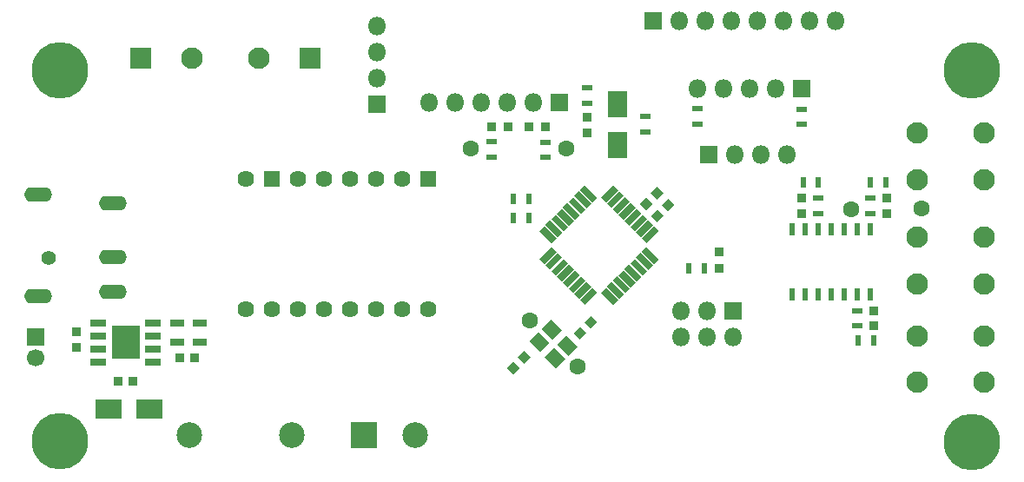
<source format=gbr>
%TF.GenerationSoftware,KiCad,Pcbnew,(5.1.6)-1*%
%TF.CreationDate,2020-11-03T19:25:33-05:00*%
%TF.ProjectId,Kitty Caddy,4b697474-7920-4436-9164-64792e6b6963,rev?*%
%TF.SameCoordinates,Original*%
%TF.FileFunction,Soldermask,Top*%
%TF.FilePolarity,Negative*%
%FSLAX46Y46*%
G04 Gerber Fmt 4.6, Leading zero omitted, Abs format (unit mm)*
G04 Created by KiCad (PCBNEW (5.1.6)-1) date 2020-11-03 19:25:33*
%MOMM*%
%LPD*%
G01*
G04 APERTURE LIST*
%ADD10C,2.100000*%
%ADD11C,0.100000*%
%ADD12R,1.624000X1.624000*%
%ADD13C,1.624000*%
%ADD14C,5.500000*%
%ADD15R,1.700000X1.700000*%
%ADD16C,1.700000*%
%ADD17R,0.850000X0.900000*%
%ADD18R,2.100000X2.100000*%
%ADD19R,0.900000X0.850000*%
%ADD20R,2.500000X2.500000*%
%ADD21C,2.500000*%
%ADD22R,2.600000X1.900000*%
%ADD23R,0.900000X0.900000*%
%ADD24R,1.900000X2.600000*%
%ADD25O,2.716000X1.408000*%
%ADD26C,1.400000*%
%ADD27R,1.800000X1.800000*%
%ADD28O,1.800000X1.800000*%
%ADD29R,0.600000X1.000000*%
%ADD30R,1.400000X0.800000*%
%ADD31R,1.000000X0.600000*%
%ADD32C,1.600000*%
%ADD33R,2.700000X3.200000*%
%ADD34R,1.650000X0.700000*%
%ADD35R,0.608000X1.243000*%
G04 APERTURE END LIST*
D10*
%TO.C,SW3*%
X127891800Y-86334400D03*
X121391800Y-86334400D03*
X127891800Y-90834400D03*
X121391800Y-90834400D03*
%TD*%
%TO.C,SW2*%
X127891800Y-76758600D03*
X121391800Y-76758600D03*
X127891800Y-81258600D03*
X121391800Y-81258600D03*
%TD*%
%TO.C,SW1*%
X127891800Y-66598600D03*
X121391800Y-66598600D03*
X127891800Y-71098600D03*
X121391800Y-71098600D03*
%TD*%
D11*
%TO.C,Y1*%
G36*
X84723133Y-85675408D02*
G01*
X85642371Y-84756170D01*
X86703031Y-85816830D01*
X85783793Y-86736068D01*
X84723133Y-85675408D01*
G37*
G36*
X86278768Y-87231043D02*
G01*
X87198006Y-86311805D01*
X88258666Y-87372465D01*
X87339428Y-88291703D01*
X86278768Y-87231043D01*
G37*
G36*
X85076686Y-88433124D02*
G01*
X85995924Y-87513886D01*
X87056584Y-88574546D01*
X86137346Y-89493784D01*
X85076686Y-88433124D01*
G37*
G36*
X83521051Y-86877489D02*
G01*
X84440289Y-85958251D01*
X85500949Y-87018911D01*
X84581711Y-87938149D01*
X83521051Y-86877489D01*
G37*
%TD*%
D12*
%TO.C,U2*%
X73673400Y-71018600D03*
D13*
X71133400Y-71018600D03*
X68593400Y-71018600D03*
X66053400Y-71018600D03*
X63513400Y-71018600D03*
X60973400Y-71018600D03*
D12*
X58433400Y-71018600D03*
D13*
X55893400Y-71018600D03*
X73673400Y-83718600D03*
X71133400Y-83718600D03*
X68593400Y-83718600D03*
X66053400Y-83718600D03*
X63513400Y-83718600D03*
X60973400Y-83718600D03*
X58433400Y-83718600D03*
X55893400Y-83718600D03*
%TD*%
D14*
%TO.C,REF\u002A\u002A*%
X126670200Y-96727200D03*
%TD*%
%TO.C,REF\u002A\u002A*%
X37770200Y-96647200D03*
%TD*%
%TO.C,REF\u002A\u002A*%
X126670200Y-60452200D03*
%TD*%
%TO.C,REF\u002A\u002A*%
X37770200Y-60452200D03*
%TD*%
D15*
%TO.C,C1*%
X35443400Y-86488600D03*
D16*
X35443400Y-88488600D03*
%TD*%
D17*
%TO.C,C2*%
X39443400Y-85988600D03*
X39443400Y-87488600D03*
%TD*%
D18*
%TO.C,C3*%
X45693400Y-59238600D03*
D10*
X50693400Y-59238600D03*
%TD*%
D18*
%TO.C,C4*%
X62193400Y-59238600D03*
D10*
X57193400Y-59238600D03*
%TD*%
D19*
%TO.C,C5*%
X44943400Y-90738600D03*
X43443400Y-90738600D03*
%TD*%
D20*
%TO.C,C6*%
X67443400Y-95988600D03*
D21*
X72443400Y-95988600D03*
%TD*%
D19*
%TO.C,C7*%
X49443400Y-88488600D03*
X50943400Y-88488600D03*
%TD*%
D17*
%TO.C,C8*%
X89159200Y-65065400D03*
X89159200Y-66565400D03*
%TD*%
%TO.C,C9*%
X118394600Y-72914000D03*
X118394600Y-74414000D03*
%TD*%
%TO.C,C10*%
X110114200Y-72914000D03*
X110114200Y-74414000D03*
%TD*%
D11*
%TO.C,C11*%
G36*
X81991748Y-88866412D02*
G01*
X82592788Y-89467452D01*
X81956392Y-90103848D01*
X81355352Y-89502808D01*
X81991748Y-88866412D01*
G37*
G36*
X83052408Y-87805752D02*
G01*
X83653448Y-88406792D01*
X83017052Y-89043188D01*
X82416012Y-88442148D01*
X83052408Y-87805752D01*
G37*
%TD*%
%TO.C,C12*%
G36*
X89544852Y-85639588D02*
G01*
X88943812Y-85038548D01*
X89580208Y-84402152D01*
X90181248Y-85003192D01*
X89544852Y-85639588D01*
G37*
G36*
X88484192Y-86700248D02*
G01*
X87883152Y-86099208D01*
X88519548Y-85462812D01*
X89120588Y-86063852D01*
X88484192Y-86700248D01*
G37*
%TD*%
D17*
%TO.C,C13*%
X117124600Y-85386800D03*
X117124600Y-83886800D03*
%TD*%
D11*
%TO.C,C14*%
G36*
X96063348Y-74032812D02*
G01*
X96664388Y-74633852D01*
X96027992Y-75270248D01*
X95426952Y-74669208D01*
X96063348Y-74032812D01*
G37*
G36*
X97124008Y-72972152D02*
G01*
X97725048Y-73573192D01*
X97088652Y-74209588D01*
X96487612Y-73608548D01*
X97124008Y-72972152D01*
G37*
%TD*%
%TO.C,C15*%
G36*
X95971052Y-73041188D02*
G01*
X95370012Y-72440148D01*
X96006408Y-71803752D01*
X96607448Y-72404792D01*
X95971052Y-73041188D01*
G37*
G36*
X94910392Y-74101848D02*
G01*
X94309352Y-73500808D01*
X94945748Y-72864412D01*
X95546788Y-73465452D01*
X94910392Y-74101848D01*
G37*
%TD*%
D22*
%TO.C,D1*%
X46506000Y-93450600D03*
X42506000Y-93450600D03*
%TD*%
D23*
%TO.C,D2*%
X85158600Y-65942400D03*
X83558600Y-65942400D03*
%TD*%
%TO.C,D3*%
X79875600Y-65942400D03*
X81475600Y-65942400D03*
%TD*%
D24*
%TO.C,D4*%
X92131000Y-63764600D03*
X92131000Y-67764600D03*
%TD*%
D23*
%TO.C,D5*%
X102087800Y-79772600D03*
X102087800Y-78172600D03*
%TD*%
D25*
%TO.C,J1*%
X42993400Y-82038600D03*
X42993400Y-78638600D03*
X42993400Y-73438600D03*
X35693400Y-72538600D03*
X35693400Y-82438600D03*
D26*
X36693400Y-78738600D03*
%TD*%
D27*
%TO.C,J2*%
X68661400Y-63783400D03*
D28*
X68661400Y-61243400D03*
X68661400Y-58703400D03*
X68661400Y-56163400D03*
%TD*%
D27*
%TO.C,J3*%
X110139600Y-62208600D03*
D28*
X107599600Y-62208600D03*
X105059600Y-62208600D03*
X102519600Y-62208600D03*
X99979600Y-62208600D03*
%TD*%
D27*
%TO.C,J4*%
X86441400Y-63631000D03*
D28*
X83901400Y-63631000D03*
X81361400Y-63631000D03*
X78821400Y-63631000D03*
X76281400Y-63631000D03*
X73741400Y-63631000D03*
%TD*%
D27*
%TO.C,J5*%
X103408600Y-83900200D03*
D28*
X103408600Y-86440200D03*
X100868600Y-83900200D03*
X100868600Y-86440200D03*
X98328600Y-83900200D03*
X98328600Y-86440200D03*
%TD*%
D21*
%TO.C,L1*%
X50443400Y-95988600D03*
X60443400Y-95988600D03*
%TD*%
D29*
%TO.C,R1*%
X83483000Y-74832400D03*
X81983000Y-74832400D03*
%TD*%
%TO.C,R2*%
X83508400Y-73003600D03*
X82008400Y-73003600D03*
%TD*%
D30*
%TO.C,R3*%
X51458640Y-86974160D03*
X51458640Y-85074160D03*
%TD*%
%TO.C,R4*%
X49208640Y-85074160D03*
X49208640Y-86974160D03*
%TD*%
D31*
%TO.C,R5*%
X110139600Y-65752600D03*
X110139600Y-64252600D03*
%TD*%
%TO.C,R6*%
X99979600Y-64227200D03*
X99979600Y-65727200D03*
%TD*%
%TO.C,R7*%
X89159200Y-62144400D03*
X89159200Y-63644400D03*
%TD*%
D29*
%TO.C,R8*%
X116831800Y-71403400D03*
X118331800Y-71403400D03*
%TD*%
%TO.C,R9*%
X111753200Y-71352600D03*
X110253200Y-71352600D03*
%TD*%
D31*
%TO.C,R10*%
X85120600Y-68953000D03*
X85120600Y-67453000D03*
%TD*%
%TO.C,R11*%
X79837400Y-68941000D03*
X79837400Y-67441000D03*
%TD*%
%TO.C,R12*%
X94823400Y-66475800D03*
X94823400Y-64975800D03*
%TD*%
%TO.C,R13*%
X116819800Y-72939400D03*
X116819800Y-74439400D03*
%TD*%
%TO.C,R14*%
X111739800Y-72914000D03*
X111739800Y-74414000D03*
%TD*%
D29*
%TO.C,R15*%
X99128000Y-79785400D03*
X100628000Y-79785400D03*
%TD*%
D31*
%TO.C,R16*%
X115549800Y-83886800D03*
X115549800Y-85386800D03*
%TD*%
D29*
%TO.C,R17*%
X115612600Y-86821200D03*
X117112600Y-86821200D03*
%TD*%
D32*
%TO.C,TP1*%
X87127200Y-68126800D03*
%TD*%
%TO.C,TP2*%
X77856200Y-68076000D03*
%TD*%
%TO.C,TP3*%
X121747400Y-73892600D03*
%TD*%
%TO.C,TP4*%
X114889400Y-74019600D03*
%TD*%
%TO.C,TP5*%
X83571200Y-84865400D03*
%TD*%
%TO.C,TP6*%
X88270200Y-89335800D03*
%TD*%
D27*
%TO.C,U1*%
X101046400Y-68685600D03*
D28*
X103586400Y-68685600D03*
X106126400Y-68685600D03*
X108666400Y-68685600D03*
%TD*%
D33*
%TO.C,U3*%
X44193400Y-86988600D03*
D34*
X46893400Y-88893600D03*
X46893400Y-87623600D03*
X46893400Y-86353600D03*
X46893400Y-85083600D03*
X41493400Y-85083600D03*
X41493400Y-86353600D03*
X41493400Y-87623600D03*
X41493400Y-88893600D03*
%TD*%
D27*
%TO.C,U4*%
X95610800Y-55609680D03*
D28*
X98150800Y-55609680D03*
X100690800Y-55609680D03*
X103230800Y-55609680D03*
X105770800Y-55609680D03*
X108310800Y-55609680D03*
X110850800Y-55609680D03*
X113390800Y-55609680D03*
%TD*%
D35*
%TO.C,U5*%
X116819800Y-75924600D03*
X115549800Y-75924600D03*
X114279800Y-75924600D03*
X113009800Y-75924600D03*
X111739800Y-75924600D03*
X110469800Y-75924600D03*
X109199800Y-75924600D03*
X109199800Y-82274600D03*
X110469800Y-82274600D03*
X113009800Y-82274600D03*
X114279800Y-82274600D03*
X115549800Y-82274600D03*
X116819800Y-82274600D03*
X111739800Y-82274600D03*
%TD*%
D11*
%TO.C,U6*%
G36*
X85007066Y-79344755D02*
G01*
X84547447Y-78885136D01*
X85749528Y-77683055D01*
X86209147Y-78142674D01*
X85007066Y-79344755D01*
G37*
G36*
X85572752Y-79910440D02*
G01*
X85113133Y-79450821D01*
X86315214Y-78248740D01*
X86774833Y-78708359D01*
X85572752Y-79910440D01*
G37*
G36*
X86138437Y-80476126D02*
G01*
X85678818Y-80016507D01*
X86880899Y-78814426D01*
X87340518Y-79274045D01*
X86138437Y-80476126D01*
G37*
G36*
X86704122Y-81041811D02*
G01*
X86244503Y-80582192D01*
X87446584Y-79380111D01*
X87906203Y-79839730D01*
X86704122Y-81041811D01*
G37*
G36*
X87269808Y-81607497D02*
G01*
X86810189Y-81147878D01*
X88012270Y-79945797D01*
X88471889Y-80405416D01*
X87269808Y-81607497D01*
G37*
G36*
X87835493Y-82173182D02*
G01*
X87375874Y-81713563D01*
X88577955Y-80511482D01*
X89037574Y-80971101D01*
X87835493Y-82173182D01*
G37*
G36*
X88401179Y-82738867D02*
G01*
X87941560Y-82279248D01*
X89143641Y-81077167D01*
X89603260Y-81536786D01*
X88401179Y-82738867D01*
G37*
G36*
X88966864Y-83304553D02*
G01*
X88507245Y-82844934D01*
X89709326Y-81642853D01*
X90168945Y-82102472D01*
X88966864Y-83304553D01*
G37*
G36*
X92219555Y-82844934D02*
G01*
X91759936Y-83304553D01*
X90557855Y-82102472D01*
X91017474Y-81642853D01*
X92219555Y-82844934D01*
G37*
G36*
X92785240Y-82279248D02*
G01*
X92325621Y-82738867D01*
X91123540Y-81536786D01*
X91583159Y-81077167D01*
X92785240Y-82279248D01*
G37*
G36*
X93350926Y-81713563D02*
G01*
X92891307Y-82173182D01*
X91689226Y-80971101D01*
X92148845Y-80511482D01*
X93350926Y-81713563D01*
G37*
G36*
X93916611Y-81147878D02*
G01*
X93456992Y-81607497D01*
X92254911Y-80405416D01*
X92714530Y-79945797D01*
X93916611Y-81147878D01*
G37*
G36*
X94482297Y-80582192D02*
G01*
X94022678Y-81041811D01*
X92820597Y-79839730D01*
X93280216Y-79380111D01*
X94482297Y-80582192D01*
G37*
G36*
X95047982Y-80016507D02*
G01*
X94588363Y-80476126D01*
X93386282Y-79274045D01*
X93845901Y-78814426D01*
X95047982Y-80016507D01*
G37*
G36*
X95613667Y-79450821D02*
G01*
X95154048Y-79910440D01*
X93951967Y-78708359D01*
X94411586Y-78248740D01*
X95613667Y-79450821D01*
G37*
G36*
X96179353Y-78885136D02*
G01*
X95719734Y-79344755D01*
X94517653Y-78142674D01*
X94977272Y-77683055D01*
X96179353Y-78885136D01*
G37*
G36*
X94977272Y-77294145D02*
G01*
X94517653Y-76834526D01*
X95719734Y-75632445D01*
X96179353Y-76092064D01*
X94977272Y-77294145D01*
G37*
G36*
X94411586Y-76728460D02*
G01*
X93951967Y-76268841D01*
X95154048Y-75066760D01*
X95613667Y-75526379D01*
X94411586Y-76728460D01*
G37*
G36*
X93845901Y-76162774D02*
G01*
X93386282Y-75703155D01*
X94588363Y-74501074D01*
X95047982Y-74960693D01*
X93845901Y-76162774D01*
G37*
G36*
X93280216Y-75597089D02*
G01*
X92820597Y-75137470D01*
X94022678Y-73935389D01*
X94482297Y-74395008D01*
X93280216Y-75597089D01*
G37*
G36*
X92714530Y-75031403D02*
G01*
X92254911Y-74571784D01*
X93456992Y-73369703D01*
X93916611Y-73829322D01*
X92714530Y-75031403D01*
G37*
G36*
X92148845Y-74465718D02*
G01*
X91689226Y-74006099D01*
X92891307Y-72804018D01*
X93350926Y-73263637D01*
X92148845Y-74465718D01*
G37*
G36*
X91583159Y-73900033D02*
G01*
X91123540Y-73440414D01*
X92325621Y-72238333D01*
X92785240Y-72697952D01*
X91583159Y-73900033D01*
G37*
G36*
X91017474Y-73334347D02*
G01*
X90557855Y-72874728D01*
X91759936Y-71672647D01*
X92219555Y-72132266D01*
X91017474Y-73334347D01*
G37*
G36*
X90168945Y-72874728D02*
G01*
X89709326Y-73334347D01*
X88507245Y-72132266D01*
X88966864Y-71672647D01*
X90168945Y-72874728D01*
G37*
G36*
X89603260Y-73440414D02*
G01*
X89143641Y-73900033D01*
X87941560Y-72697952D01*
X88401179Y-72238333D01*
X89603260Y-73440414D01*
G37*
G36*
X89037574Y-74006099D02*
G01*
X88577955Y-74465718D01*
X87375874Y-73263637D01*
X87835493Y-72804018D01*
X89037574Y-74006099D01*
G37*
G36*
X88471889Y-74571784D02*
G01*
X88012270Y-75031403D01*
X86810189Y-73829322D01*
X87269808Y-73369703D01*
X88471889Y-74571784D01*
G37*
G36*
X87906203Y-75137470D02*
G01*
X87446584Y-75597089D01*
X86244503Y-74395008D01*
X86704122Y-73935389D01*
X87906203Y-75137470D01*
G37*
G36*
X87340518Y-75703155D02*
G01*
X86880899Y-76162774D01*
X85678818Y-74960693D01*
X86138437Y-74501074D01*
X87340518Y-75703155D01*
G37*
G36*
X86774833Y-76268841D02*
G01*
X86315214Y-76728460D01*
X85113133Y-75526379D01*
X85572752Y-75066760D01*
X86774833Y-76268841D01*
G37*
G36*
X86209147Y-76834526D02*
G01*
X85749528Y-77294145D01*
X84547447Y-76092064D01*
X85007066Y-75632445D01*
X86209147Y-76834526D01*
G37*
%TD*%
M02*

</source>
